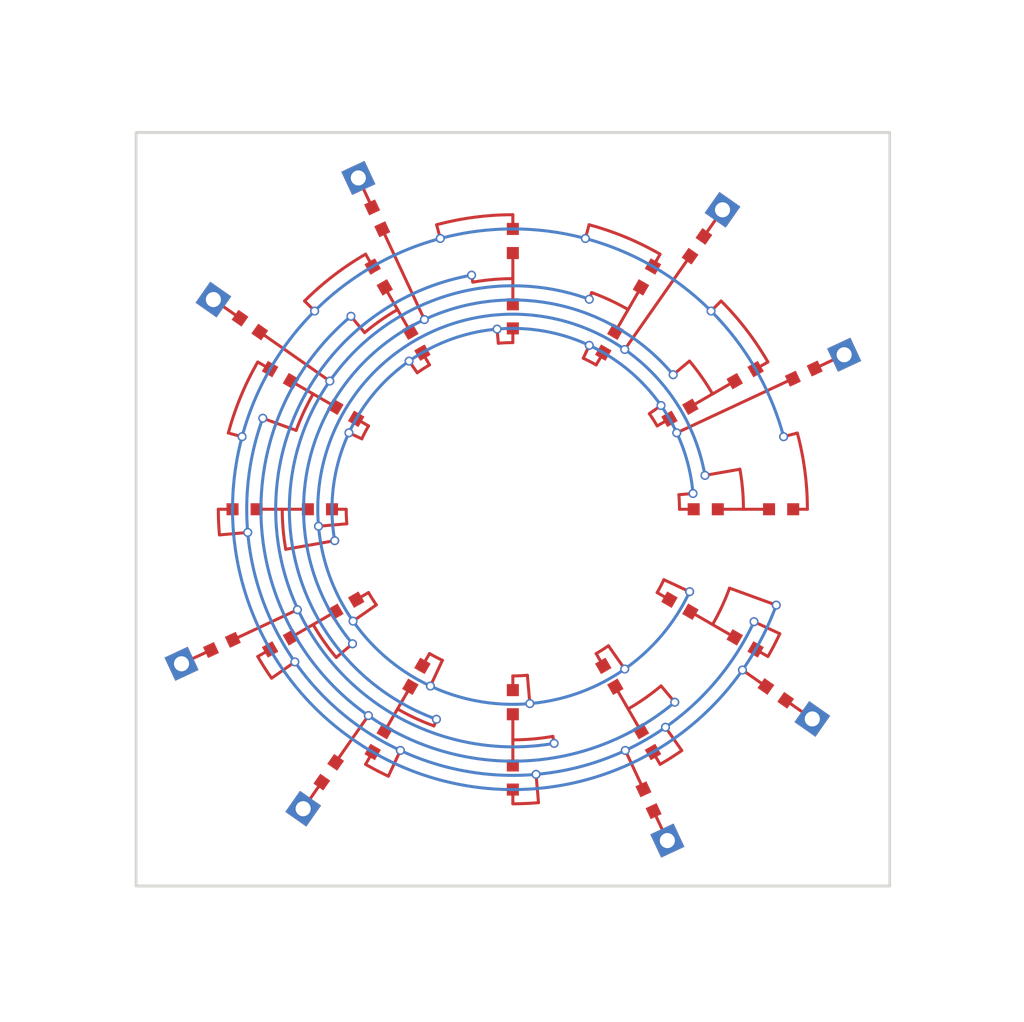
<source format=kicad_pcb>
(kicad_pcb (version 4) (host pcbnew 4.0.7-e2-6376~58~ubuntu16.04.1)

  (general
    (links 0)
    (no_connects 0)
    (area 150 100 180 100)
    (thickness 1.6)
    (drawings 2)
    (tracks 0)
    (zones 0)
    (modules 0)
    (nets 1)
  )

  (page A4)
  (layers
    (0 F.Cu signal)
    (31 B.Cu signal)
    (32 B.Adhes user)
    (33 F.Adhes user)
    (34 B.Paste user)
    (35 F.Paste user)
    (36 B.SilkS user)
    (37 F.SilkS user)
    (38 B.Mask user)
    (39 F.Mask user)
    (40 Dwgs.User user)
    (41 Cmts.User user)
    (42 Eco1.User user)
    (43 Eco2.User user)
    (44 Edge.Cuts user)
    (45 Margin user)
    (46 B.CrtYd user)
    (47 F.CrtYd user)
    (48 B.Fab user)
    (49 F.Fab user)
  )

  (setup
    (last_trace_width 0.25)
    (trace_clearance 0.2)
    (zone_clearance 0.508)
    (zone_45_only no)
    (trace_min 0.2)
    (segment_width 0.2)
    (edge_width 0.15)
    (via_size 0.6)
    (via_drill 0.4)
    (via_min_size 0.4)
    (via_min_drill 0.3)
    (uvia_size 0.3)
    (uvia_drill 0.1)
    (uvias_allowed no)
    (uvia_min_size 0.2)
    (uvia_min_drill 0.1)
    (pcb_text_width 0.3)
    (pcb_text_size 1.5 1.5)
    (mod_edge_width 0.15)
    (mod_text_size 1 1)
    (mod_text_width 0.15)
    (pad_size 1.524 1.524)
    (pad_drill 0.762)
    (pad_to_mask_clearance 0.2)
    (aux_axis_origin 0 0)
    (visible_elements FFFFFF7F)
    (pcbplotparams
      (layerselection 0x00030_80000001)
      (usegerberextensions false)
      (excludeedgelayer true)
      (linewidth 0.150000)
      (plotframeref false)
      (viasonmask false)
      (mode 1)
      (useauxorigin false)
      (hpglpennumber 1)
      (hpglpenspeed 20)
      (hpglpendiameter 15)
      (hpglpenoverlay 2)
      (psnegative false)
      (psa4output false)
      (plotreference true)
      (plotvalue true)
      (plotinvisibletext false)
      (padsonsilk false)
      (subtractmaskfromsilk false)
      (outputformat 1)
      (mirror false)
      (drillshape 1)
      (scaleselection 1)
      (outputdirectory ""))
  )

  (net 0 "")

  (net_class Default "This is the default net class."
    (clearance 0.2)
    (trace_width 0.25)
    (via_dia 0.6)
    (via_drill 0.4)
    (uvia_dia 0.3)
    (uvia_drill 0.1)
  )

  (gr_line (start    159.000    100.000) (end    180.000    100.000) (angle   0.0) (layer F.Fab) (width 0.05))
  (gr_text " 0 0.0" (at    182.000    100.000   0.0) (layer F.Fab)(effects (font (size 0.5 0.5) (thickness 0.1))) )
  (gr_line (start    158.966     99.216) (end    179.886     97.385) (angle   5.0) (layer F.Fab) (width 0.05))
  (gr_text " 1 5.0" (at    181.878     97.211   5.0) (layer F.Fab)(effects (font (size 0.5 0.5) (thickness 0.1))) )
  (gr_line (start    158.863     98.437) (end    179.544     94.791) (angle  10.0) (layer F.Fab) (width 0.05))
  (gr_text " 2 10.0" (at    181.514     94.443  10.0) (layer F.Fab)(effects (font (size 0.5 0.5) (thickness 0.1))) )
  (gr_line (start    158.693     97.671) (end    178.978     92.235) (angle  15.0) (layer F.Fab) (width 0.05))
  (gr_text " 3 15.0" (at    180.910     91.718  15.0) (layer F.Fab)(effects (font (size 0.5 0.5) (thickness 0.1))) )
  (gr_line (start    158.457     96.922) (end    178.191     89.739) (angle  20.0) (layer F.Fab) (width 0.05))
  (gr_text " 4 20.0" (at    180.070     89.055  20.0) (layer F.Fab)(effects (font (size 0.5 0.5) (thickness 0.1))) )
  (gr_line (start    158.157     96.196) (end    177.189     87.321) (angle  25.0) (layer F.Fab) (width 0.05))
  (gr_text " 5 25.0" (at    179.002     86.476  25.0) (layer F.Fab)(effects (font (size 0.5 0.5) (thickness 0.1))) )
  (gr_line (start    157.794     95.500) (end    175.981     85.000) (angle  30.0) (layer F.Fab) (width 0.05))
  (gr_text " 6 30.0" (at    177.713     84.000  30.0) (layer F.Fab)(effects (font (size 0.5 0.5) (thickness 0.1))) )
  (gr_line (start    157.372     94.838) (end    174.575     82.793) (angle  35.0) (layer F.Fab) (width 0.05))
  (gr_text " 7 35.0" (at    176.213     81.646  35.0) (layer F.Fab)(effects (font (size 0.5 0.5) (thickness 0.1))) )
  (gr_line (start    156.894     94.215) (end    172.981     80.716) (angle  40.0) (layer F.Fab) (width 0.05))
  (gr_text " 8 40.0" (at    174.513     79.431  40.0) (layer F.Fab)(effects (font (size 0.5 0.5) (thickness 0.1))) )
  (gr_line (start    156.364     93.636) (end    171.213     78.787) (angle  45.0) (layer F.Fab) (width 0.05))
  (gr_text " 9 45.0" (at    172.627     77.373  45.0) (layer F.Fab)(effects (font (size 0.5 0.5) (thickness 0.1))) )
  (gr_line (start    155.785     93.106) (end    169.284     77.019) (angle  50.0) (layer F.Fab) (width 0.05))
  (gr_text " 10 50.0" (at    170.569     75.487  50.0) (layer F.Fab)(effects (font (size 0.5 0.5) (thickness 0.1))) )
  (gr_line (start    155.162     92.628) (end    167.207     75.425) (angle  55.0) (layer F.Fab) (width 0.05))
  (gr_text " 11 55.0" (at    168.354     73.787  55.0) (layer F.Fab)(effects (font (size 0.5 0.5) (thickness 0.1))) )
  (gr_line (start    154.500     92.206) (end    165.000     74.019) (angle  60.0) (layer F.Fab) (width 0.05))
  (gr_text " 12 60.0" (at    166.000     72.287  60.0) (layer F.Fab)(effects (font (size 0.5 0.5) (thickness 0.1))) )
  (gr_line (start    153.804     91.843) (end    162.679     72.811) (angle  65.0) (layer F.Fab) (width 0.05))
  (gr_text " 13 65.0" (at    163.524     70.998  65.0) (layer F.Fab)(effects (font (size 0.5 0.5) (thickness 0.1))) )
  (gr_line (start    153.078     91.543) (end    160.261     71.809) (angle  70.0) (layer F.Fab) (width 0.05))
  (gr_text " 14 70.0" (at    160.945     69.930  70.0) (layer F.Fab)(effects (font (size 0.5 0.5) (thickness 0.1))) )
  (gr_line (start    152.329     91.307) (end    157.765     71.022) (angle  75.0) (layer F.Fab) (width 0.05))
  (gr_text " 15 75.0" (at    158.282     69.090  75.0) (layer F.Fab)(effects (font (size 0.5 0.5) (thickness 0.1))) )
  (gr_line (start    151.563     91.137) (end    155.209     70.456) (angle  80.0) (layer F.Fab) (width 0.05))
  (gr_text " 16 80.0" (at    155.557     68.486  80.0) (layer F.Fab)(effects (font (size 0.5 0.5) (thickness 0.1))) )
  (gr_line (start    150.784     91.034) (end    152.615     70.114) (angle  85.0) (layer F.Fab) (width 0.05))
  (gr_text " 17 85.0" (at    152.789     68.122  85.0) (layer F.Fab)(effects (font (size 0.5 0.5) (thickness 0.1))) )
  (gr_line (start    150.000     91.000) (end    150.000     70.000) (angle  90.0) (layer F.Fab) (width 0.05))
  (gr_text " 18 90.0" (at    150.000     68.000  90.0) (layer F.Fab)(effects (font (size 0.5 0.5) (thickness 0.1))) )
  (gr_line (start    149.216     91.034) (end    147.385     70.114) (angle  95.0) (layer F.Fab) (width 0.05))
  (gr_text " 19 95.0" (at    147.211     68.122  95.0) (layer F.Fab)(effects (font (size 0.5 0.5) (thickness 0.1))) )
  (gr_line (start    148.437     91.137) (end    144.791     70.456) (angle 100.0) (layer F.Fab) (width 0.05))
  (gr_text " 20 100.0" (at    144.443     68.486 100.0) (layer F.Fab)(effects (font (size 0.5 0.5) (thickness 0.1))) )
  (gr_line (start    147.671     91.307) (end    142.235     71.022) (angle 105.0) (layer F.Fab) (width 0.05))
  (gr_text " 21 105.0" (at    141.718     69.090 105.0) (layer F.Fab)(effects (font (size 0.5 0.5) (thickness 0.1))) )
  (gr_line (start    146.922     91.543) (end    139.739     71.809) (angle 110.0) (layer F.Fab) (width 0.05))
  (gr_text " 22 110.0" (at    139.055     69.930 110.0) (layer F.Fab)(effects (font (size 0.5 0.5) (thickness 0.1))) )
  (gr_line (start    146.196     91.843) (end    137.321     72.811) (angle 115.0) (layer F.Fab) (width 0.05))
  (gr_text " 23 115.0" (at    136.476     70.998 115.0) (layer F.Fab)(effects (font (size 0.5 0.5) (thickness 0.1))) )
  (gr_line (start    145.500     92.206) (end    135.000     74.019) (angle 120.0) (layer F.Fab) (width 0.05))
  (gr_text " 24 120.0" (at    134.000     72.287 120.0) (layer F.Fab)(effects (font (size 0.5 0.5) (thickness 0.1))) )
  (gr_line (start    144.838     92.628) (end    132.793     75.425) (angle 125.0) (layer F.Fab) (width 0.05))
  (gr_text " 25 125.0" (at    131.646     73.787 125.0) (layer F.Fab)(effects (font (size 0.5 0.5) (thickness 0.1))) )
  (gr_line (start    144.215     93.106) (end    130.716     77.019) (angle 130.0) (layer F.Fab) (width 0.05))
  (gr_text " 26 130.0" (at    129.431     75.487 130.0) (layer F.Fab)(effects (font (size 0.5 0.5) (thickness 0.1))) )
  (gr_line (start    143.636     93.636) (end    128.787     78.787) (angle 135.0) (layer F.Fab) (width 0.05))
  (gr_text " 27 135.0" (at    127.373     77.373 135.0) (layer F.Fab)(effects (font (size 0.5 0.5) (thickness 0.1))) )
  (gr_line (start    143.106     94.215) (end    127.019     80.716) (angle 140.0) (layer F.Fab) (width 0.05))
  (gr_text " 28 140.0" (at    125.487     79.431 140.0) (layer F.Fab)(effects (font (size 0.5 0.5) (thickness 0.1))) )
  (gr_line (start    142.628     94.838) (end    125.425     82.793) (angle 145.0) (layer F.Fab) (width 0.05))
  (gr_text " 29 145.0" (at    123.787     81.646 145.0) (layer F.Fab)(effects (font (size 0.5 0.5) (thickness 0.1))) )
  (gr_line (start    142.206     95.500) (end    124.019     85.000) (angle 150.0) (layer F.Fab) (width 0.05))
  (gr_text " 30 150.0" (at    122.287     84.000 150.0) (layer F.Fab)(effects (font (size 0.5 0.5) (thickness 0.1))) )
  (gr_line (start    141.843     96.196) (end    122.811     87.321) (angle 155.0) (layer F.Fab) (width 0.05))
  (gr_text " 31 155.0" (at    120.998     86.476 155.0) (layer F.Fab)(effects (font (size 0.5 0.5) (thickness 0.1))) )
  (gr_line (start    141.543     96.922) (end    121.809     89.739) (angle 160.0) (layer F.Fab) (width 0.05))
  (gr_text " 32 160.0" (at    119.930     89.055 160.0) (layer F.Fab)(effects (font (size 0.5 0.5) (thickness 0.1))) )
  (gr_line (start    141.307     97.671) (end    121.022     92.235) (angle 165.0) (layer F.Fab) (width 0.05))
  (gr_text " 33 165.0" (at    119.090     91.718 165.0) (layer F.Fab)(effects (font (size 0.5 0.5) (thickness 0.1))) )
  (gr_line (start    141.137     98.437) (end    120.456     94.791) (angle 170.0) (layer F.Fab) (width 0.05))
  (gr_text " 34 170.0" (at    118.486     94.443 170.0) (layer F.Fab)(effects (font (size 0.5 0.5) (thickness 0.1))) )
  (gr_line (start    141.034     99.216) (end    120.114     97.385) (angle 175.0) (layer F.Fab) (width 0.05))
  (gr_text " 35 175.0" (at    118.122     97.211 175.0) (layer F.Fab)(effects (font (size 0.5 0.5) (thickness 0.1))) )
  (gr_line (start    141.000    100.000) (end    120.000    100.000) (angle 180.0) (layer F.Fab) (width 0.05))
  (gr_text " 36 180.0" (at    118.000    100.000 180.0) (layer F.Fab)(effects (font (size 0.5 0.5) (thickness 0.1))) )
  (gr_line (start    141.034    100.784) (end    120.114    102.615) (angle 185.0) (layer F.Fab) (width 0.05))
  (gr_text " 37 185.0" (at    118.122    102.789 185.0) (layer F.Fab)(effects (font (size 0.5 0.5) (thickness 0.1))) )
  (gr_line (start    141.137    101.563) (end    120.456    105.209) (angle 190.0) (layer F.Fab) (width 0.05))
  (gr_text " 38 190.0" (at    118.486    105.557 190.0) (layer F.Fab)(effects (font (size 0.5 0.5) (thickness 0.1))) )
  (gr_line (start    141.307    102.329) (end    121.022    107.765) (angle 195.0) (layer F.Fab) (width 0.05))
  (gr_text " 39 195.0" (at    119.090    108.282 195.0) (layer F.Fab)(effects (font (size 0.5 0.5) (thickness 0.1))) )
  (gr_line (start    141.543    103.078) (end    121.809    110.261) (angle 200.0) (layer F.Fab) (width 0.05))
  (gr_text " 40 200.0" (at    119.930    110.945 200.0) (layer F.Fab)(effects (font (size 0.5 0.5) (thickness 0.1))) )
  (gr_line (start    141.843    103.804) (end    122.811    112.679) (angle 205.0) (layer F.Fab) (width 0.05))
  (gr_text " 41 205.0" (at    120.998    113.524 205.0) (layer F.Fab)(effects (font (size 0.5 0.5) (thickness 0.1))) )
  (gr_line (start    142.206    104.500) (end    124.019    115.000) (angle 210.0) (layer F.Fab) (width 0.05))
  (gr_text " 42 210.0" (at    122.287    116.000 210.0) (layer F.Fab)(effects (font (size 0.5 0.5) (thickness 0.1))) )
  (gr_line (start    142.628    105.162) (end    125.425    117.207) (angle 215.0) (layer F.Fab) (width 0.05))
  (gr_text " 43 215.0" (at    123.787    118.354 215.0) (layer F.Fab)(effects (font (size 0.5 0.5) (thickness 0.1))) )
  (gr_line (start    143.106    105.785) (end    127.019    119.284) (angle 220.0) (layer F.Fab) (width 0.05))
  (gr_text " 44 220.0" (at    125.487    120.569 220.0) (layer F.Fab)(effects (font (size 0.5 0.5) (thickness 0.1))) )
  (gr_line (start    143.636    106.364) (end    128.787    121.213) (angle 225.0) (layer F.Fab) (width 0.05))
  (gr_text " 45 225.0" (at    127.373    122.627 225.0) (layer F.Fab)(effects (font (size 0.5 0.5) (thickness 0.1))) )
  (gr_line (start    144.215    106.894) (end    130.716    122.981) (angle 230.0) (layer F.Fab) (width 0.05))
  (gr_text " 46 230.0" (at    129.431    124.513 230.0) (layer F.Fab)(effects (font (size 0.5 0.5) (thickness 0.1))) )
  (gr_line (start    144.838    107.372) (end    132.793    124.575) (angle 235.0) (layer F.Fab) (width 0.05))
  (gr_text " 47 235.0" (at    131.646    126.213 235.0) (layer F.Fab)(effects (font (size 0.5 0.5) (thickness 0.1))) )
  (gr_line (start    145.500    107.794) (end    135.000    125.981) (angle 240.0) (layer F.Fab) (width 0.05))
  (gr_text " 48 240.0" (at    134.000    127.713 240.0) (layer F.Fab)(effects (font (size 0.5 0.5) (thickness 0.1))) )
  (gr_line (start    146.196    108.157) (end    137.321    127.189) (angle 245.0) (layer F.Fab) (width 0.05))
  (gr_text " 49 245.0" (at    136.476    129.002 245.0) (layer F.Fab)(effects (font (size 0.5 0.5) (thickness 0.1))) )
  (gr_line (start    146.922    108.457) (end    139.739    128.191) (angle 250.0) (layer F.Fab) (width 0.05))
  (gr_text " 50 250.0" (at    139.055    130.070 250.0) (layer F.Fab)(effects (font (size 0.5 0.5) (thickness 0.1))) )
  (gr_line (start    147.671    108.693) (end    142.235    128.978) (angle 255.0) (layer F.Fab) (width 0.05))
  (gr_text " 51 255.0" (at    141.718    130.910 255.0) (layer F.Fab)(effects (font (size 0.5 0.5) (thickness 0.1))) )
  (gr_line (start    148.437    108.863) (end    144.791    129.544) (angle 260.0) (layer F.Fab) (width 0.05))
  (gr_text " 52 260.0" (at    144.443    131.514 260.0) (layer F.Fab)(effects (font (size 0.5 0.5) (thickness 0.1))) )
  (gr_line (start    149.216    108.966) (end    147.385    129.886) (angle 265.0) (layer F.Fab) (width 0.05))
  (gr_text " 53 265.0" (at    147.211    131.878 265.0) (layer F.Fab)(effects (font (size 0.5 0.5) (thickness 0.1))) )
  (gr_line (start    150.000    109.000) (end    150.000    130.000) (angle 270.0) (layer F.Fab) (width 0.05))
  (gr_text " 54 270.0" (at    150.000    132.000 270.0) (layer F.Fab)(effects (font (size 0.5 0.5) (thickness 0.1))) )
  (gr_line (start    150.784    108.966) (end    152.615    129.886) (angle 275.0) (layer F.Fab) (width 0.05))
  (gr_text " 55 275.0" (at    152.789    131.878 275.0) (layer F.Fab)(effects (font (size 0.5 0.5) (thickness 0.1))) )
  (gr_line (start    151.563    108.863) (end    155.209    129.544) (angle 280.0) (layer F.Fab) (width 0.05))
  (gr_text " 56 280.0" (at    155.557    131.514 280.0) (layer F.Fab)(effects (font (size 0.5 0.5) (thickness 0.1))) )
  (gr_line (start    152.329    108.693) (end    157.765    128.978) (angle 285.0) (layer F.Fab) (width 0.05))
  (gr_text " 57 285.0" (at    158.282    130.910 285.0) (layer F.Fab)(effects (font (size 0.5 0.5) (thickness 0.1))) )
  (gr_line (start    153.078    108.457) (end    160.261    128.191) (angle 290.0) (layer F.Fab) (width 0.05))
  (gr_text " 58 290.0" (at    160.945    130.070 290.0) (layer F.Fab)(effects (font (size 0.5 0.5) (thickness 0.1))) )
  (gr_line (start    153.804    108.157) (end    162.679    127.189) (angle 295.0) (layer F.Fab) (width 0.05))
  (gr_text " 59 295.0" (at    163.524    129.002 295.0) (layer F.Fab)(effects (font (size 0.5 0.5) (thickness 0.1))) )
  (gr_line (start    154.500    107.794) (end    165.000    125.981) (angle 300.0) (layer F.Fab) (width 0.05))
  (gr_text " 60 300.0" (at    166.000    127.713 300.0) (layer F.Fab)(effects (font (size 0.5 0.5) (thickness 0.1))) )
  (gr_line (start    155.162    107.372) (end    167.207    124.575) (angle 305.0) (layer F.Fab) (width 0.05))
  (gr_text " 61 305.0" (at    168.354    126.213 305.0) (layer F.Fab)(effects (font (size 0.5 0.5) (thickness 0.1))) )
  (gr_line (start    155.785    106.894) (end    169.284    122.981) (angle 310.0) (layer F.Fab) (width 0.05))
  (gr_text " 62 310.0" (at    170.569    124.513 310.0) (layer F.Fab)(effects (font (size 0.5 0.5) (thickness 0.1))) )
  (gr_line (start    156.364    106.364) (end    171.213    121.213) (angle 315.0) (layer F.Fab) (width 0.05))
  (gr_text " 63 315.0" (at    172.627    122.627 315.0) (layer F.Fab)(effects (font (size 0.5 0.5) (thickness 0.1))) )
  (gr_line (start    156.894    105.785) (end    172.981    119.284) (angle 320.0) (layer F.Fab) (width 0.05))
  (gr_text " 64 320.0" (at    174.513    120.569 320.0) (layer F.Fab)(effects (font (size 0.5 0.5) (thickness 0.1))) )
  (gr_line (start    157.372    105.162) (end    174.575    117.207) (angle 325.0) (layer F.Fab) (width 0.05))
  (gr_text " 65 325.0" (at    176.213    118.354 325.0) (layer F.Fab)(effects (font (size 0.5 0.5) (thickness 0.1))) )
  (gr_line (start    157.794    104.500) (end    175.981    115.000) (angle 330.0) (layer F.Fab) (width 0.05))
  (gr_text " 66 330.0" (at    177.713    116.000 330.0) (layer F.Fab)(effects (font (size 0.5 0.5) (thickness 0.1))) )
  (gr_line (start    158.157    103.804) (end    177.189    112.679) (angle 335.0) (layer F.Fab) (width 0.05))
  (gr_text " 67 335.0" (at    179.002    113.524 335.0) (layer F.Fab)(effects (font (size 0.5 0.5) (thickness 0.1))) )
  (gr_line (start    158.457    103.078) (end    178.191    110.261) (angle 340.0) (layer F.Fab) (width 0.05))
  (gr_text " 68 340.0" (at    180.070    110.945 340.0) (layer F.Fab)(effects (font (size 0.5 0.5) (thickness 0.1))) )
  (gr_line (start    158.693    102.329) (end    178.978    107.765) (angle 345.0) (layer F.Fab) (width 0.05))
  (gr_text " 69 345.0" (at    180.910    108.282 345.0) (layer F.Fab)(effects (font (size 0.5 0.5) (thickness 0.1))) )
  (gr_line (start    158.863    101.563) (end    179.544    105.209) (angle 350.0) (layer F.Fab) (width 0.05))
  (gr_text " 70 350.0" (at    181.514    105.557 350.0) (layer F.Fab)(effects (font (size 0.5 0.5) (thickness 0.1))) )
  (gr_line (start    158.966    100.784) (end    179.886    102.615) (angle 355.0) (layer F.Fab) (width 0.05))
  (gr_text " 71 355.0" (at    181.878    102.789 355.0) (layer F.Fab)(effects (font (size 0.5 0.5) (thickness 0.1))) )
  (gr_arc (start 150 100) (end    169.543    100.000) (angle 360) (layer F.Fab) (width 0.05))
  (gr_arc (start 150 100) (end    161.057    100.000) (angle 360) (layer F.Fab) (width 0.05))
  (module hour:hand (layer F.Cu) (tedit 57FE93A5) (tstamp 5AA34834) 
    (at 150 100   0.0)
    (fp_text reference 0 (at     12.000 1 0.0) (layer F.Fab)(effects (font (size 0.5 0.5) (thickness 0.05))))
    (fp_text value     1 (at     13.600 1 0.0) (layer F.Fab)(effects (font (size 0.5 0.5) (thickness 0.05))))
    (descr "0603")
    (attr smd)
    (fp_line (start -0.5 0) (end 0.5 0) (layer F.CrtYd) (width 0.01))
    (fp_line (start 0 -0.5) (end 0 0.5) (layer F.CrtYd) (width 0.01))
    (pad 1 smd rect (at  12.0 0   0.0) (size 0.8 0.8) (layers F.Cu F.Paste F.Mask))
    (pad 2 smd rect (at  13.6 0   0.0) (size 0.8 0.8) (layers F.Cu F.Paste F.Mask))
  )
  (module minute:hand (layer F.Cu) (tedit 57FE93A5) (tstamp 5AA34834) 
    (at 150 100   0.0)
    (fp_text reference 1 (at     17.000 1 0.0) (layer F.Fab)(effects (font (size 0.5 0.5) (thickness 0.05))))
    (fp_text value     7 (at     18.600 1 0.0) (layer F.Fab)(effects (font (size 0.5 0.5) (thickness 0.05))))
    (descr "0603")
    (attr smd)
    (fp_line (start -0.5 0) (end 0.5 0) (layer F.CrtYd) (width 0.01))
    (fp_line (start 0 -0.5) (end 0 0.5) (layer F.CrtYd) (width 0.01))
    (pad 1 smd rect (at  17.0 0   0.0) (size 0.8 0.8) (layers F.Cu F.Paste F.Mask))
    (pad 2 smd rect (at  18.6 0   0.0) (size 0.8 0.8) (layers F.Cu F.Paste F.Mask))
  )
  (module hour:hand (layer F.Cu) (tedit 57FE93A5) (tstamp 5AA34834) 
    (at 150 100  30.0)
    (fp_text reference 0 (at     12.000 1 30.0) (layer F.Fab)(effects (font (size 0.5 0.5) (thickness 0.05))))
    (fp_text value     2 (at     13.600 1 30.0) (layer F.Fab)(effects (font (size 0.5 0.5) (thickness 0.05))))
    (descr "0603")
    (attr smd)
    (fp_line (start -0.5 0) (end 0.5 0) (layer F.CrtYd) (width 0.01))
    (fp_line (start 0 -0.5) (end 0 0.5) (layer F.CrtYd) (width 0.01))
    (pad 1 smd rect (at  12.0 0  30.0) (size 0.8 0.8) (layers F.Cu F.Paste F.Mask))
    (pad 2 smd rect (at  13.6 0  30.0) (size 0.8 0.8) (layers F.Cu F.Paste F.Mask))
  )
  (module minute:hand (layer F.Cu) (tedit 57FE93A5) (tstamp 5AA34834) 
    (at 150 100  30.0)
    (fp_text reference 2 (at     17.000 1 30.0) (layer F.Fab)(effects (font (size 0.5 0.5) (thickness 0.05))))
    (fp_text value     7 (at     18.600 1 30.0) (layer F.Fab)(effects (font (size 0.5 0.5) (thickness 0.05))))
    (descr "0603")
    (attr smd)
    (fp_line (start -0.5 0) (end 0.5 0) (layer F.CrtYd) (width 0.01))
    (fp_line (start 0 -0.5) (end 0 0.5) (layer F.CrtYd) (width 0.01))
    (pad 1 smd rect (at  17.0 0  30.0) (size 0.8 0.8) (layers F.Cu F.Paste F.Mask))
    (pad 2 smd rect (at  18.6 0  30.0) (size 0.8 0.8) (layers F.Cu F.Paste F.Mask))
  )
  (module hour:hand (layer F.Cu) (tedit 57FE93A5) (tstamp 5AA34834) 
    (at 150 100  60.0)
    (fp_text reference 0 (at     12.000 1 60.0) (layer F.Fab)(effects (font (size 0.5 0.5) (thickness 0.05))))
    (fp_text value     3 (at     13.600 1 60.0) (layer F.Fab)(effects (font (size 0.5 0.5) (thickness 0.05))))
    (descr "0603")
    (attr smd)
    (fp_line (start -0.5 0) (end 0.5 0) (layer F.CrtYd) (width 0.01))
    (fp_line (start 0 -0.5) (end 0 0.5) (layer F.CrtYd) (width 0.01))
    (pad 1 smd rect (at  12.0 0  60.0) (size 0.8 0.8) (layers F.Cu F.Paste F.Mask))
    (pad 2 smd rect (at  13.6 0  60.0) (size 0.8 0.8) (layers F.Cu F.Paste F.Mask))
  )
  (module minute:hand (layer F.Cu) (tedit 57FE93A5) (tstamp 5AA34834) 
    (at 150 100  60.0)
    (fp_text reference 3 (at     17.000 1 60.0) (layer F.Fab)(effects (font (size 0.5 0.5) (thickness 0.05))))
    (fp_text value     7 (at     18.600 1 60.0) (layer F.Fab)(effects (font (size 0.5 0.5) (thickness 0.05))))
    (descr "0603")
    (attr smd)
    (fp_line (start -0.5 0) (end 0.5 0) (layer F.CrtYd) (width 0.01))
    (fp_line (start 0 -0.5) (end 0 0.5) (layer F.CrtYd) (width 0.01))
    (pad 1 smd rect (at  17.0 0  60.0) (size 0.8 0.8) (layers F.Cu F.Paste F.Mask))
    (pad 2 smd rect (at  18.6 0  60.0) (size 0.8 0.8) (layers F.Cu F.Paste F.Mask))
  )
  (module hour:hand (layer F.Cu) (tedit 57FE93A5) (tstamp 5AA34834) 
    (at 150 100  90.0)
    (fp_text reference 0 (at     12.000 1 90.0) (layer F.Fab)(effects (font (size 0.5 0.5) (thickness 0.05))))
    (fp_text value     4 (at     13.600 1 90.0) (layer F.Fab)(effects (font (size 0.5 0.5) (thickness 0.05))))
    (descr "0603")
    (attr smd)
    (fp_line (start -0.5 0) (end 0.5 0) (layer F.CrtYd) (width 0.01))
    (fp_line (start 0 -0.5) (end 0 0.5) (layer F.CrtYd) (width 0.01))
    (pad 1 smd rect (at  12.0 0  90.0) (size 0.8 0.8) (layers F.Cu F.Paste F.Mask))
    (pad 2 smd rect (at  13.6 0  90.0) (size 0.8 0.8) (layers F.Cu F.Paste F.Mask))
  )
  (module minute:hand (layer F.Cu) (tedit 57FE93A5) (tstamp 5AA34834) 
    (at 150 100  90.0)
    (fp_text reference 4 (at     17.000 1 90.0) (layer F.Fab)(effects (font (size 0.5 0.5) (thickness 0.05))))
    (fp_text value     7 (at     18.600 1 90.0) (layer F.Fab)(effects (font (size 0.5 0.5) (thickness 0.05))))
    (descr "0603")
    (attr smd)
    (fp_line (start -0.5 0) (end 0.5 0) (layer F.CrtYd) (width 0.01))
    (fp_line (start 0 -0.5) (end 0 0.5) (layer F.CrtYd) (width 0.01))
    (pad 1 smd rect (at  17.0 0  90.0) (size 0.8 0.8) (layers F.Cu F.Paste F.Mask))
    (pad 2 smd rect (at  18.6 0  90.0) (size 0.8 0.8) (layers F.Cu F.Paste F.Mask))
  )
  (module hour:hand (layer F.Cu) (tedit 57FE93A5) (tstamp 5AA34834) 
    (at 150 100 120.0)
    (fp_text reference 0 (at     12.000 1 120.0) (layer F.Fab)(effects (font (size 0.5 0.5) (thickness 0.05))))
    (fp_text value     5 (at     13.600 1 120.0) (layer F.Fab)(effects (font (size 0.5 0.5) (thickness 0.05))))
    (descr "0603")
    (attr smd)
    (fp_line (start -0.5 0) (end 0.5 0) (layer F.CrtYd) (width 0.01))
    (fp_line (start 0 -0.5) (end 0 0.5) (layer F.CrtYd) (width 0.01))
    (pad 1 smd rect (at  12.0 0 120.0) (size 0.8 0.8) (layers F.Cu F.Paste F.Mask))
    (pad 2 smd rect (at  13.6 0 120.0) (size 0.8 0.8) (layers F.Cu F.Paste F.Mask))
  )
  (module minute:hand (layer F.Cu) (tedit 57FE93A5) (tstamp 5AA34834) 
    (at 150 100 120.0)
    (fp_text reference 5 (at     17.000 1 120.0) (layer F.Fab)(effects (font (size 0.5 0.5) (thickness 0.05))))
    (fp_text value     7 (at     18.600 1 120.0) (layer F.Fab)(effects (font (size 0.5 0.5) (thickness 0.05))))
    (descr "0603")
    (attr smd)
    (fp_line (start -0.5 0) (end 0.5 0) (layer F.CrtYd) (width 0.01))
    (fp_line (start 0 -0.5) (end 0 0.5) (layer F.CrtYd) (width 0.01))
    (pad 1 smd rect (at  17.0 0 120.0) (size 0.8 0.8) (layers F.Cu F.Paste F.Mask))
    (pad 2 smd rect (at  18.6 0 120.0) (size 0.8 0.8) (layers F.Cu F.Paste F.Mask))
  )
  (module hour:hand (layer F.Cu) (tedit 57FE93A5) (tstamp 5AA34834) 
    (at 150 100 150.0)
    (fp_text reference 0 (at     12.000 1 150.0) (layer F.Fab)(effects (font (size 0.5 0.5) (thickness 0.05))))
    (fp_text value     6 (at     13.600 1 150.0) (layer F.Fab)(effects (font (size 0.5 0.5) (thickness 0.05))))
    (descr "0603")
    (attr smd)
    (fp_line (start -0.5 0) (end 0.5 0) (layer F.CrtYd) (width 0.01))
    (fp_line (start 0 -0.5) (end 0 0.5) (layer F.CrtYd) (width 0.01))
    (pad 1 smd rect (at  12.0 0 150.0) (size 0.8 0.8) (layers F.Cu F.Paste F.Mask))
    (pad 2 smd rect (at  13.6 0 150.0) (size 0.8 0.8) (layers F.Cu F.Paste F.Mask))
  )
  (module minute:hand (layer F.Cu) (tedit 57FE93A5) (tstamp 5AA34834) 
    (at 150 100 150.0)
    (fp_text reference 6 (at     17.000 1 150.0) (layer F.Fab)(effects (font (size 0.5 0.5) (thickness 0.05))))
    (fp_text value     7 (at     18.600 1 150.0) (layer F.Fab)(effects (font (size 0.5 0.5) (thickness 0.05))))
    (descr "0603")
    (attr smd)
    (fp_line (start -0.5 0) (end 0.5 0) (layer F.CrtYd) (width 0.01))
    (fp_line (start 0 -0.5) (end 0 0.5) (layer F.CrtYd) (width 0.01))
    (pad 1 smd rect (at  17.0 0 150.0) (size 0.8 0.8) (layers F.Cu F.Paste F.Mask))
    (pad 2 smd rect (at  18.6 0 150.0) (size 0.8 0.8) (layers F.Cu F.Paste F.Mask))
  )
  (module hour:hand (layer F.Cu) (tedit 57FE93A5) (tstamp 5AA34834) 
    (at 150 100 180.0)
    (fp_text reference 1 (at     12.000 1 180.0) (layer F.Fab)(effects (font (size 0.5 0.5) (thickness 0.05))))
    (fp_text value     0 (at     13.600 1 180.0) (layer F.Fab)(effects (font (size 0.5 0.5) (thickness 0.05))))
    (descr "0603")
    (attr smd)
    (fp_line (start -0.5 0) (end 0.5 0) (layer F.CrtYd) (width 0.01))
    (fp_line (start 0 -0.5) (end 0 0.5) (layer F.CrtYd) (width 0.01))
    (pad 1 smd rect (at  12.0 0 180.0) (size 0.8 0.8) (layers F.Cu F.Paste F.Mask))
    (pad 2 smd rect (at  13.6 0 180.0) (size 0.8 0.8) (layers F.Cu F.Paste F.Mask))
  )
  (module minute:hand (layer F.Cu) (tedit 57FE93A5) (tstamp 5AA34834) 
    (at 150 100 180.0)
    (fp_text reference 0 (at     17.000 1 180.0) (layer F.Fab)(effects (font (size 0.5 0.5) (thickness 0.05))))
    (fp_text value     6 (at     18.600 1 180.0) (layer F.Fab)(effects (font (size 0.5 0.5) (thickness 0.05))))
    (descr "0603")
    (attr smd)
    (fp_line (start -0.5 0) (end 0.5 0) (layer F.CrtYd) (width 0.01))
    (fp_line (start 0 -0.5) (end 0 0.5) (layer F.CrtYd) (width 0.01))
    (pad 1 smd rect (at  17.0 0 180.0) (size 0.8 0.8) (layers F.Cu F.Paste F.Mask))
    (pad 2 smd rect (at  18.6 0 180.0) (size 0.8 0.8) (layers F.Cu F.Paste F.Mask))
  )
  (module hour:hand (layer F.Cu) (tedit 57FE93A5) (tstamp 5AA34834) 
    (at 150 100 210.0)
    (fp_text reference 1 (at     12.000 1 210.0) (layer F.Fab)(effects (font (size 0.5 0.5) (thickness 0.05))))
    (fp_text value     2 (at     13.600 1 210.0) (layer F.Fab)(effects (font (size 0.5 0.5) (thickness 0.05))))
    (descr "0603")
    (attr smd)
    (fp_line (start -0.5 0) (end 0.5 0) (layer F.CrtYd) (width 0.01))
    (fp_line (start 0 -0.5) (end 0 0.5) (layer F.CrtYd) (width 0.01))
    (pad 1 smd rect (at  12.0 0 210.0) (size 0.8 0.8) (layers F.Cu F.Paste F.Mask))
    (pad 2 smd rect (at  13.6 0 210.0) (size 0.8 0.8) (layers F.Cu F.Paste F.Mask))
  )
  (module minute:hand (layer F.Cu) (tedit 57FE93A5) (tstamp 5AA34834) 
    (at 150 100 210.0)
    (fp_text reference 2 (at     17.000 1 210.0) (layer F.Fab)(effects (font (size 0.5 0.5) (thickness 0.05))))
    (fp_text value     6 (at     18.600 1 210.0) (layer F.Fab)(effects (font (size 0.5 0.5) (thickness 0.05))))
    (descr "0603")
    (attr smd)
    (fp_line (start -0.5 0) (end 0.5 0) (layer F.CrtYd) (width 0.01))
    (fp_line (start 0 -0.5) (end 0 0.5) (layer F.CrtYd) (width 0.01))
    (pad 1 smd rect (at  17.0 0 210.0) (size 0.8 0.8) (layers F.Cu F.Paste F.Mask))
    (pad 2 smd rect (at  18.6 0 210.0) (size 0.8 0.8) (layers F.Cu F.Paste F.Mask))
  )
  (module hour:hand (layer F.Cu) (tedit 57FE93A5) (tstamp 5AA34834) 
    (at 150 100 240.0)
    (fp_text reference 1 (at     12.000 1 240.0) (layer F.Fab)(effects (font (size 0.5 0.5) (thickness 0.05))))
    (fp_text value     3 (at     13.600 1 240.0) (layer F.Fab)(effects (font (size 0.5 0.5) (thickness 0.05))))
    (descr "0603")
    (attr smd)
    (fp_line (start -0.5 0) (end 0.5 0) (layer F.CrtYd) (width 0.01))
    (fp_line (start 0 -0.5) (end 0 0.5) (layer F.CrtYd) (width 0.01))
    (pad 1 smd rect (at  12.0 0 240.0) (size 0.8 0.8) (layers F.Cu F.Paste F.Mask))
    (pad 2 smd rect (at  13.6 0 240.0) (size 0.8 0.8) (layers F.Cu F.Paste F.Mask))
  )
  (module minute:hand (layer F.Cu) (tedit 57FE93A5) (tstamp 5AA34834) 
    (at 150 100 240.0)
    (fp_text reference 3 (at     17.000 1 240.0) (layer F.Fab)(effects (font (size 0.5 0.5) (thickness 0.05))))
    (fp_text value     6 (at     18.600 1 240.0) (layer F.Fab)(effects (font (size 0.5 0.5) (thickness 0.05))))
    (descr "0603")
    (attr smd)
    (fp_line (start -0.5 0) (end 0.5 0) (layer F.CrtYd) (width 0.01))
    (fp_line (start 0 -0.5) (end 0 0.5) (layer F.CrtYd) (width 0.01))
    (pad 1 smd rect (at  17.0 0 240.0) (size 0.8 0.8) (layers F.Cu F.Paste F.Mask))
    (pad 2 smd rect (at  18.6 0 240.0) (size 0.8 0.8) (layers F.Cu F.Paste F.Mask))
  )
  (module hour:hand (layer F.Cu) (tedit 57FE93A5) (tstamp 5AA34834) 
    (at 150 100 270.0)
    (fp_text reference 1 (at     12.000 1 270.0) (layer F.Fab)(effects (font (size 0.5 0.5) (thickness 0.05))))
    (fp_text value     4 (at     13.600 1 270.0) (layer F.Fab)(effects (font (size 0.5 0.5) (thickness 0.05))))
    (descr "0603")
    (attr smd)
    (fp_line (start -0.5 0) (end 0.5 0) (layer F.CrtYd) (width 0.01))
    (fp_line (start 0 -0.5) (end 0 0.5) (layer F.CrtYd) (width 0.01))
    (pad 1 smd rect (at  12.0 0 270.0) (size 0.8 0.8) (layers F.Cu F.Paste F.Mask))
    (pad 2 smd rect (at  13.6 0 270.0) (size 0.8 0.8) (layers F.Cu F.Paste F.Mask))
  )
  (module minute:hand (layer F.Cu) (tedit 57FE93A5) (tstamp 5AA34834) 
    (at 150 100 270.0)
    (fp_text reference 4 (at     17.000 1 270.0) (layer F.Fab)(effects (font (size 0.5 0.5) (thickness 0.05))))
    (fp_text value     6 (at     18.600 1 270.0) (layer F.Fab)(effects (font (size 0.5 0.5) (thickness 0.05))))
    (descr "0603")
    (attr smd)
    (fp_line (start -0.5 0) (end 0.5 0) (layer F.CrtYd) (width 0.01))
    (fp_line (start 0 -0.5) (end 0 0.5) (layer F.CrtYd) (width 0.01))
    (pad 1 smd rect (at  17.0 0 270.0) (size 0.8 0.8) (layers F.Cu F.Paste F.Mask))
    (pad 2 smd rect (at  18.6 0 270.0) (size 0.8 0.8) (layers F.Cu F.Paste F.Mask))
  )
  (module hour:hand (layer F.Cu) (tedit 57FE93A5) (tstamp 5AA34834) 
    (at 150 100 300.0)
    (fp_text reference 1 (at     12.000 1 300.0) (layer F.Fab)(effects (font (size 0.5 0.5) (thickness 0.05))))
    (fp_text value     5 (at     13.600 1 300.0) (layer F.Fab)(effects (font (size 0.5 0.5) (thickness 0.05))))
    (descr "0603")
    (attr smd)
    (fp_line (start -0.5 0) (end 0.5 0) (layer F.CrtYd) (width 0.01))
    (fp_line (start 0 -0.5) (end 0 0.5) (layer F.CrtYd) (width 0.01))
    (pad 1 smd rect (at  12.0 0 300.0) (size 0.8 0.8) (layers F.Cu F.Paste F.Mask))
    (pad 2 smd rect (at  13.6 0 300.0) (size 0.8 0.8) (layers F.Cu F.Paste F.Mask))
  )
  (module minute:hand (layer F.Cu) (tedit 57FE93A5) (tstamp 5AA34834) 
    (at 150 100 300.0)
    (fp_text reference 5 (at     17.000 1 300.0) (layer F.Fab)(effects (font (size 0.5 0.5) (thickness 0.05))))
    (fp_text value     6 (at     18.600 1 300.0) (layer F.Fab)(effects (font (size 0.5 0.5) (thickness 0.05))))
    (descr "0603")
    (attr smd)
    (fp_line (start -0.5 0) (end 0.5 0) (layer F.CrtYd) (width 0.01))
    (fp_line (start 0 -0.5) (end 0 0.5) (layer F.CrtYd) (width 0.01))
    (pad 1 smd rect (at  17.0 0 300.0) (size 0.8 0.8) (layers F.Cu F.Paste F.Mask))
    (pad 2 smd rect (at  18.6 0 300.0) (size 0.8 0.8) (layers F.Cu F.Paste F.Mask))
  )
  (module hour:hand (layer F.Cu) (tedit 57FE93A5) (tstamp 5AA34834) 
    (at 150 100 330.0)
    (fp_text reference 1 (at     12.000 1 330.0) (layer F.Fab)(effects (font (size 0.5 0.5) (thickness 0.05))))
    (fp_text value     7 (at     13.600 1 330.0) (layer F.Fab)(effects (font (size 0.5 0.5) (thickness 0.05))))
    (descr "0603")
    (attr smd)
    (fp_line (start -0.5 0) (end 0.5 0) (layer F.CrtYd) (width 0.01))
    (fp_line (start 0 -0.5) (end 0 0.5) (layer F.CrtYd) (width 0.01))
    (pad 1 smd rect (at  12.0 0 330.0) (size 0.8 0.8) (layers F.Cu F.Paste F.Mask))
    (pad 2 smd rect (at  13.6 0 330.0) (size 0.8 0.8) (layers F.Cu F.Paste F.Mask))
  )
  (module minute:hand (layer F.Cu) (tedit 57FE93A5) (tstamp 5AA34834) 
    (at 150 100 330.0)
    (fp_text reference 7 (at     17.000 1 330.0) (layer F.Fab)(effects (font (size 0.5 0.5) (thickness 0.05))))
    (fp_text value     6 (at     18.600 1 330.0) (layer F.Fab)(effects (font (size 0.5 0.5) (thickness 0.05))))
    (descr "0603")
    (attr smd)
    (fp_line (start -0.5 0) (end 0.5 0) (layer F.CrtYd) (width 0.01))
    (fp_line (start 0 -0.5) (end 0 0.5) (layer F.CrtYd) (width 0.01))
    (pad 1 smd rect (at  17.0 0 330.0) (size 0.8 0.8) (layers F.Cu F.Paste F.Mask))
    (pad 2 smd rect (at  18.6 0 330.0) (size 0.8 0.8) (layers F.Cu F.Paste F.Mask))
  )
  (segment (start    163.600    100.000) (end    167.000    100.000) (width 0.2) (layer F.Cu) (net 0))
  (segment (start    161.778     93.200) (end    164.722     91.500) (width 0.2) (layer F.Cu) (net 0))
  (segment (start    156.800     88.222) (end    158.500     85.278) (width 0.2) (layer F.Cu) (net 0))
  (segment (start    150.000     86.400) (end    150.000     83.000) (width 0.2) (layer F.Cu) (net 0))
  (segment (start    143.200     88.222) (end    141.500     85.278) (width 0.2) (layer F.Cu) (net 0))
  (segment (start    138.222     93.200) (end    135.278     91.500) (width 0.2) (layer F.Cu) (net 0))
  (segment (start    136.400    100.000) (end    133.000    100.000) (width 0.2) (layer F.Cu) (net 0))
  (segment (start    138.222    106.800) (end    135.278    108.500) (width 0.2) (layer F.Cu) (net 0))
  (segment (start    143.200    111.778) (end    141.500    114.722) (width 0.2) (layer F.Cu) (net 0))
  (segment (start    150.000    113.600) (end    150.000    117.000) (width 0.2) (layer F.Cu) (net 0))
  (segment (start    156.800    111.778) (end    158.500    114.722) (width 0.2) (layer F.Cu) (net 0))
  (segment (start    161.778    106.800) (end    164.722    108.500) (width 0.2) (layer F.Cu) (net 0))
  (gr_arc (start 150 100) (end    138.182    102.084) (angle    185.000) (layer B.Cu) (width 0.2))
  (gr_arc (start 150 100) (end    161.730    105.470) (angle    325.000) (layer B.Cu) (width 0.2))
  (gr_arc (start 150 100) (end    139.363    108.926) (angle    180.000) (layer B.Cu) (width 0.2))
  (gr_arc (start 150 100) (end    144.928    113.934) (angle    180.000) (layer B.Cu) (width 0.2))
  (gr_arc (start 150 100) (end    152.739    115.532) (angle    180.000) (layer B.Cu) (width 0.2))
  (gr_arc (start 150 100) (end    160.744    112.804) (angle    180.000) (layer B.Cu) (width 0.2))
  (gr_arc (start 150 100) (end    166.003    107.462) (angle    175.000) (layer B.Cu) (width 0.2))
  (gr_arc (start 150 100) (end    167.478    106.362) (angle    325.000) (layer B.Cu) (width 0.2))
  (segment (start    162.000    100.000) (end    161.057    100.000) (width 0.2) (layer F.Cu) (net 0))
  (gr_arc (start 150 100) (end    161.015     99.036) (angle      5.000) (layer F.Cu) (width 0.2))
  (segment (start    161.015     99.036) (end    161.954     98.954) (width 0.2) (layer F.Cu) (net 0))
  (via (at    161.954     98.954) (size 0.6) (drill 0.4) (layers F.Cu B.Cu) (net 0))
  (segment (start    160.392     94.000) (end    159.576     94.471) (width 0.2) (layer F.Cu) (net 0))
  (gr_arc (start 150 100) (end    159.057     93.658) (angle      5.000) (layer F.Cu) (width 0.2))
  (segment (start    159.057     93.658) (end    159.830     93.117) (width 0.2) (layer F.Cu) (net 0))
  (via (at    159.830     93.117) (size 0.6) (drill 0.4) (layers F.Cu B.Cu) (net 0))
  (segment (start    156.000     89.608) (end    155.529     90.424) (width 0.2) (layer F.Cu) (net 0))
  (gr_arc (start 150 100) (end    154.673     89.979) (angle      5.000) (layer F.Cu) (width 0.2))
  (segment (start    154.673     89.979) (end    155.071     89.124) (width 0.2) (layer F.Cu) (net 0))
  (via (at    155.071     89.124) (size 0.6) (drill 0.4) (layers F.Cu B.Cu) (net 0))
  (segment (start    150.000     88.000) (end    150.000     88.943) (width 0.2) (layer F.Cu) (net 0))
  (gr_arc (start 150 100) (end    149.036     88.985) (angle      5.000) (layer F.Cu) (width 0.2))
  (segment (start    149.036     88.985) (end    148.954     88.046) (width 0.2) (layer F.Cu) (net 0))
  (via (at    148.954     88.046) (size 0.6) (drill 0.4) (layers F.Cu B.Cu) (net 0))
  (segment (start    144.000     89.608) (end    144.471     90.424) (width 0.2) (layer F.Cu) (net 0))
  (gr_arc (start 150 100) (end    143.658     90.943) (angle      5.000) (layer F.Cu) (width 0.2))
  (segment (start    143.658     90.943) (end    143.117     90.170) (width 0.2) (layer F.Cu) (net 0))
  (via (at    143.117     90.170) (size 0.6) (drill 0.4) (layers F.Cu B.Cu) (net 0))
  (segment (start    139.608     94.000) (end    140.424     94.471) (width 0.2) (layer F.Cu) (net 0))
  (gr_arc (start 150 100) (end    139.979     95.327) (angle      5.000) (layer F.Cu) (width 0.2))
  (segment (start    139.979     95.327) (end    139.124     94.929) (width 0.2) (layer F.Cu) (net 0))
  (via (at    139.124     94.929) (size 0.6) (drill 0.4) (layers F.Cu B.Cu) (net 0))
  (segment (start    138.000    100.000) (end    138.943    100.000) (width 0.2) (layer F.Cu) (net 0))
  (gr_arc (start 150 100) (end    138.985    100.964) (angle      5.000) (layer F.Cu) (width 0.2))
  (segment (start    138.985    100.964) (end    137.106    101.128) (width 0.2) (layer F.Cu) (net 0))
  (via (at    137.106    101.128) (size 0.6) (drill 0.4) (layers F.Cu B.Cu) (net 0))
  (segment (start    139.608    106.000) (end    140.424    105.529) (width 0.2) (layer F.Cu) (net 0))
  (gr_arc (start 150 100) (end    140.943    106.342) (angle      5.000) (layer F.Cu) (width 0.2))
  (segment (start    140.943    106.342) (end    139.398    107.424) (width 0.2) (layer F.Cu) (net 0))
  (via (at    139.398    107.424) (size 0.6) (drill 0.4) (layers F.Cu B.Cu) (net 0))
  (segment (start    144.000    110.392) (end    144.471    109.576) (width 0.2) (layer F.Cu) (net 0))
  (gr_arc (start 150 100) (end    145.327    110.021) (angle      5.000) (layer F.Cu) (width 0.2))
  (segment (start    145.327    110.021) (end    144.530    111.730) (width 0.2) (layer F.Cu) (net 0))
  (via (at    144.530    111.730) (size 0.6) (drill 0.4) (layers F.Cu B.Cu) (net 0))
  (segment (start    150.000    112.000) (end    150.000    111.057) (width 0.2) (layer F.Cu) (net 0))
  (gr_arc (start 150 100) (end    150.964    111.015) (angle      5.000) (layer F.Cu) (width 0.2))
  (segment (start    150.964    111.015) (end    151.128    112.894) (width 0.2) (layer F.Cu) (net 0))
  (via (at    151.128    112.894) (size 0.6) (drill 0.4) (layers F.Cu B.Cu) (net 0))
  (segment (start    156.000    110.392) (end    155.529    109.576) (width 0.2) (layer F.Cu) (net 0))
  (gr_arc (start 150 100) (end    156.342    109.057) (angle      5.000) (layer F.Cu) (width 0.2))
  (segment (start    156.342    109.057) (end    157.424    110.602) (width 0.2) (layer F.Cu) (net 0))
  (via (at    157.424    110.602) (size 0.6) (drill 0.4) (layers F.Cu B.Cu) (net 0))
  (segment (start    160.392    106.000) (end    159.576    105.529) (width 0.2) (layer F.Cu) (net 0))
  (gr_arc (start 150 100) (end    160.021    104.673) (angle      5.000) (layer F.Cu) (width 0.2))
  (segment (start    160.021    104.673) (end    161.730    105.470) (width 0.2) (layer F.Cu) (net 0))
  (via (at    161.730    105.470) (size 0.6) (drill 0.4) (layers F.Cu B.Cu) (net 0))
  (segment (start    168.600    100.000) (end    169.543    100.000) (width 0.2) (layer F.Cu) (net 0))
  (gr_arc (start 150 100) (end    168.877     94.942) (angle     15.000) (layer F.Cu) (width 0.2))
  (segment (start    168.877     94.942) (end    167.966     95.186) (width 0.2) (layer F.Cu) (net 0))
  (via (at    167.966     95.186) (size 0.6) (drill 0.4) (layers F.Cu B.Cu) (net 0))
  (segment (start    166.108     90.700) (end    166.925     90.229) (width 0.2) (layer F.Cu) (net 0))
  (gr_arc (start 150 100) (end    163.819     86.181) (angle     15.000) (layer F.Cu) (width 0.2))
  (segment (start    163.819     86.181) (end    163.152     86.848) (width 0.2) (layer F.Cu) (net 0))
  (via (at    163.152     86.848) (size 0.6) (drill 0.4) (layers F.Cu B.Cu) (net 0))
  (segment (start    159.300     83.892) (end    159.771     83.075) (width 0.2) (layer F.Cu) (net 0))
  (gr_arc (start 150 100) (end    155.058     81.123) (angle     15.000) (layer F.Cu) (width 0.2))
  (segment (start    155.058     81.123) (end    154.814     82.034) (width 0.2) (layer F.Cu) (net 0))
  (via (at    154.814     82.034) (size 0.6) (drill 0.4) (layers F.Cu B.Cu) (net 0))
  (segment (start    150.000     81.400) (end    150.000     80.457) (width 0.2) (layer F.Cu) (net 0))
  (gr_arc (start 150 100) (end    144.942     81.123) (angle     15.000) (layer F.Cu) (width 0.2))
  (segment (start    144.942     81.123) (end    145.186     82.034) (width 0.2) (layer F.Cu) (net 0))
  (via (at    145.186     82.034) (size 0.6) (drill 0.4) (layers F.Cu B.Cu) (net 0))
  (segment (start    140.700     83.892) (end    140.229     83.075) (width 0.2) (layer F.Cu) (net 0))
  (gr_arc (start 150 100) (end    136.181     86.181) (angle     15.000) (layer F.Cu) (width 0.2))
  (segment (start    136.181     86.181) (end    136.848     86.848) (width 0.2) (layer F.Cu) (net 0))
  (via (at    136.848     86.848) (size 0.6) (drill 0.4) (layers F.Cu B.Cu) (net 0))
  (segment (start    133.892     90.700) (end    133.075     90.229) (width 0.2) (layer F.Cu) (net 0))
  (gr_arc (start 150 100) (end    131.123     94.942) (angle     15.000) (layer F.Cu) (width 0.2))
  (segment (start    131.123     94.942) (end    132.034     95.186) (width 0.2) (layer F.Cu) (net 0))
  (via (at    132.034     95.186) (size 0.6) (drill 0.4) (layers F.Cu B.Cu) (net 0))
  (segment (start    131.400    100.000) (end    130.457    100.000) (width 0.2) (layer F.Cu) (net 0))
  (gr_arc (start 150 100) (end    130.532    101.703) (angle      5.000) (layer F.Cu) (width 0.2))
  (segment (start    130.532    101.703) (end    132.410    101.539) (width 0.2) (layer F.Cu) (net 0))
  (via (at    132.410    101.539) (size 0.6) (drill 0.4) (layers F.Cu B.Cu) (net 0))
  (segment (start    133.892    109.300) (end    133.075    109.771) (width 0.2) (layer F.Cu) (net 0))
  (gr_arc (start 150 100) (end    133.991    111.209) (angle      5.000) (layer F.Cu) (width 0.2))
  (segment (start    133.991    111.209) (end    135.536    110.128) (width 0.2) (layer F.Cu) (net 0))
  (via (at    135.536    110.128) (size 0.6) (drill 0.4) (layers F.Cu B.Cu) (net 0))
  (segment (start    140.700    116.108) (end    140.229    116.925) (width 0.2) (layer F.Cu) (net 0))
  (gr_arc (start 150 100) (end    141.741    117.712) (angle      5.000) (layer F.Cu) (width 0.2))
  (segment (start    141.741    117.712) (end    142.538    116.003) (width 0.2) (layer F.Cu) (net 0))
  (via (at    142.538    116.003) (size 0.6) (drill 0.4) (layers F.Cu B.Cu) (net 0))
  (segment (start    150.000    118.600) (end    150.000    119.543) (width 0.2) (layer F.Cu) (net 0))
  (gr_arc (start 150 100) (end    151.703    119.468) (angle      5.000) (layer F.Cu) (width 0.2))
  (segment (start    151.703    119.468) (end    151.539    117.590) (width 0.2) (layer F.Cu) (net 0))
  (via (at    151.539    117.590) (size 0.6) (drill 0.4) (layers F.Cu B.Cu) (net 0))
  (segment (start    159.300    116.108) (end    159.771    116.925) (width 0.2) (layer F.Cu) (net 0))
  (gr_arc (start 150 100) (end    161.209    116.009) (angle      5.000) (layer F.Cu) (width 0.2))
  (segment (start    161.209    116.009) (end    160.128    114.464) (width 0.2) (layer F.Cu) (net 0))
  (via (at    160.128    114.464) (size 0.6) (drill 0.4) (layers F.Cu B.Cu) (net 0))
  (segment (start    166.108    109.300) (end    166.925    109.771) (width 0.2) (layer F.Cu) (net 0))
  (gr_arc (start 150 100) (end    167.712    108.259) (angle      5.000) (layer F.Cu) (width 0.2))
  (segment (start    167.712    108.259) (end    166.003    107.462) (width 0.2) (layer F.Cu) (net 0))
  (via (at    166.003    107.462) (size 0.6) (drill 0.4) (layers F.Cu B.Cu) (net 0))
  (gr_arc (start 150 100) (end    165.068     97.343) (angle     10.000) (layer F.Cu) (width 0.2))
  (segment (start    165.068     97.343) (end    162.746     97.752) (width 0.2) (layer F.Cu) (net 0))
  (via (at    162.746     97.752) (size 0.6) (drill 0.4) (layers F.Cu B.Cu) (net 0))
  (gr_arc (start 150 100) (end    161.720     90.165) (angle     10.000) (layer F.Cu) (width 0.2))
  (segment (start    161.720     90.165) (end    160.637     91.074) (width 0.2) (layer F.Cu) (net 0))
  (via (at    160.637     91.074) (size 0.6) (drill 0.4) (layers F.Cu B.Cu) (net 0))
  (gr_arc (start 150 100) (end    155.233     85.623) (angle     10.000) (layer F.Cu) (width 0.2))
  (segment (start    155.233     85.623) (end    155.072     86.066) (width 0.2) (layer F.Cu) (net 0))
  (via (at    155.072     86.066) (size 0.6) (drill 0.4) (layers F.Cu B.Cu) (net 0))
  (gr_arc (start 150 100) (end    147.343     84.932) (angle     10.000) (layer F.Cu) (width 0.2))
  (segment (start    147.343     84.932) (end    147.261     84.468) (width 0.2) (layer F.Cu) (net 0))
  (via (at    147.261     84.468) (size 0.6) (drill 0.4) (layers F.Cu B.Cu) (net 0))
  (gr_arc (start 150 100) (end    140.165     88.280) (angle     10.000) (layer F.Cu) (width 0.2))
  (segment (start    140.165     88.280) (end    139.256     87.196) (width 0.2) (layer F.Cu) (net 0))
  (via (at    139.256     87.196) (size 0.6) (drill 0.4) (layers F.Cu B.Cu) (net 0))
  (gr_arc (start 150 100) (end    135.623     94.767) (angle     10.000) (layer F.Cu) (width 0.2))
  (segment (start    135.623     94.767) (end    133.408     93.961) (width 0.2) (layer F.Cu) (net 0))
  (via (at    133.408     93.961) (size 0.6) (drill 0.4) (layers F.Cu B.Cu) (net 0))
  (gr_arc (start 150 100) (end    134.932    102.657) (angle     10.000) (layer F.Cu) (width 0.2))
  (segment (start    134.932    102.657) (end    138.182    102.084) (width 0.2) (layer F.Cu) (net 0))
  (via (at    138.182    102.084) (size 0.6) (drill 0.4) (layers F.Cu B.Cu) (net 0))
  (gr_arc (start 150 100) (end    138.280    109.835) (angle     10.000) (layer F.Cu) (width 0.2))
  (segment (start    138.280    109.835) (end    139.363    108.926) (width 0.2) (layer F.Cu) (net 0))
  (via (at    139.363    108.926) (size 0.6) (drill 0.4) (layers F.Cu B.Cu) (net 0))
  (gr_arc (start 150 100) (end    144.767    114.377) (angle     10.000) (layer F.Cu) (width 0.2))
  (segment (start    144.767    114.377) (end    144.928    113.934) (width 0.2) (layer F.Cu) (net 0))
  (via (at    144.928    113.934) (size 0.6) (drill 0.4) (layers F.Cu B.Cu) (net 0))
  (gr_arc (start 150 100) (end    152.657    115.068) (angle     10.000) (layer F.Cu) (width 0.2))
  (segment (start    152.657    115.068) (end    152.739    115.532) (width 0.2) (layer F.Cu) (net 0))
  (via (at    152.739    115.532) (size 0.6) (drill 0.4) (layers F.Cu B.Cu) (net 0))
  (gr_arc (start 150 100) (end    159.835    111.720) (angle     10.000) (layer F.Cu) (width 0.2))
  (segment (start    159.835    111.720) (end    160.744    112.804) (width 0.2) (layer F.Cu) (net 0))
  (via (at    160.744    112.804) (size 0.6) (drill 0.4) (layers F.Cu B.Cu) (net 0))
  (gr_arc (start 150 100) (end    164.377    105.233) (angle     10.000) (layer F.Cu) (width 0.2))
  (segment (start    164.377    105.233) (end    167.478    106.362) (width 0.2) (layer F.Cu) (net 0))
  (via (at    167.478    106.362) (size 0.6) (drill 0.4) (layers F.Cu B.Cu) (net 0))
  (segment (start    168.566     91.342) (end    160.876     94.929) (width 0.2) (layer F.Cu) (net 0))
  (via (at    160.876     94.929) (size 0.6) (drill 0.4) (layers F.Cu B.Cu) (net 0))
  (module resis:tor (layer F.Cu) (tedit 57FE93A5) (tstamp 5AA34834) 
    (at 150 100  25.0)
    (fp_text reference a (at     20.486 1 25.0) (layer F.Fab)(effects (font (size 0.5 0.5) (thickness 0.05))))
    (fp_text value     b (at     22.086 1 25.0) (layer F.Fab)(effects (font (size 0.5 0.5) (thickness 0.05))))
    (descr "0603")
    (attr smd)
    (fp_line (start -0.5 0) (end 0.5 0) (layer F.CrtYd) (width 0.01))
    (fp_line (start 0 -0.5) (end 0 0.5) (layer F.CrtYd) (width 0.01))
    (pad 1 smd rect (at  20.5 0  25.0) (size 0.8 0.8) (layers F.Cu F.Paste F.Mask))
    (pad 2 smd rect (at  22.1 0  25.0) (size 0.8 0.8) (layers F.Cu F.Paste F.Mask))
  )
  (segment (start    170.016     90.666) (end    171.984     89.748) (width 0.2) (layer F.Cu) (net 0))
  (module pin:hole (layer F.Cu) (tedit 59650532) (tstamp 5AA6FE27)
    (at    171.984     89.748)
    (descr "pinhole")
    (tags "hole")
    (fp_text reference x (at 0 0) (layer F.Fab) (effects (font (size 0.1 0.1) (thickness 0.01))) )
    (fp_text value     x (at 0 0) (layer F.Fab) (effects (font (size 0.1 0.1) (thickness 0.01))) )
    (pad 0 thru_hole rect (at 0 0 25.0)    (size 1.7 1.7) (drill 1) (layers *.Cu *.Mask))
  )
  (gr_line (start    125.000     75.000 ) (end     125.000     125.000 ) (angle 90) (layer Edge.Cuts) (width 0.15))
  (gr_line (start    175.000     75.000 ) (end     175.000     125.000 ) (angle 90) (layer Edge.Cuts) (width 0.15))
  (gr_line (start    125.000     75.000 ) (end     175.000      75.000 ) (angle  0) (layer Edge.Cuts) (width 0.15))
  (gr_line (start    125.000    125.000 ) (end     175.000     125.000 ) (angle  0) (layer Edge.Cuts) (width 0.15))
  (segment (start    161.750     83.219) (end    157.424     89.398) (width 0.2) (layer F.Cu) (net 0))
  (via (at    157.424     89.398) (size 0.6) (drill 0.4) (layers F.Cu B.Cu) (net 0))
  (module resis:tor (layer F.Cu) (tedit 57FE93A5) (tstamp 5AA34834) 
    (at 150 100  55.0)
    (fp_text reference a (at     20.486 1 55.0) (layer F.Fab)(effects (font (size 0.5 0.5) (thickness 0.05))))
    (fp_text value     b (at     22.086 1 55.0) (layer F.Fab)(effects (font (size 0.5 0.5) (thickness 0.05))))
    (descr "0603")
    (attr smd)
    (fp_line (start -0.5 0) (end 0.5 0) (layer F.CrtYd) (width 0.01))
    (fp_line (start 0 -0.5) (end 0 0.5) (layer F.CrtYd) (width 0.01))
    (pad 1 smd rect (at  20.5 0  55.0) (size 0.8 0.8) (layers F.Cu F.Paste F.Mask))
    (pad 2 smd rect (at  22.1 0  55.0) (size 0.8 0.8) (layers F.Cu F.Paste F.Mask))
  )
  (segment (start    162.668     81.908) (end    163.913     80.130) (width 0.2) (layer F.Cu) (net 0))
  (module pin:hole (layer F.Cu) (tedit 59650532) (tstamp 5AA6FE27)
    (at    163.913     80.130)
    (descr "pinhole")
    (tags "hole")
    (fp_text reference x (at 0 0) (layer F.Fab) (effects (font (size 0.1 0.1) (thickness 0.01))) )
    (fp_text value     x (at 0 0) (layer F.Fab) (effects (font (size 0.1 0.1) (thickness 0.01))) )
    (pad 1 thru_hole rect (at 0 0 55.0)    (size 1.7 1.7) (drill 1) (layers *.Cu *.Mask))
  )
  (gr_line (start    125.000     75.000 ) (end     125.000     125.000 ) (angle 90) (layer Edge.Cuts) (width 0.15))
  (gr_line (start    175.000     75.000 ) (end     175.000     125.000 ) (angle 90) (layer Edge.Cuts) (width 0.15))
  (gr_line (start    125.000     75.000 ) (end     175.000      75.000 ) (angle  0) (layer Edge.Cuts) (width 0.15))
  (gr_line (start    125.000    125.000 ) (end     175.000     125.000 ) (angle  0) (layer Edge.Cuts) (width 0.15))
  (segment (start    141.342     81.434) (end    144.132     87.415) (width 0.2) (layer F.Cu) (net 0))
  (via (at    144.132     87.415) (size 0.6) (drill 0.4) (layers F.Cu B.Cu) (net 0))
  (module resis:tor (layer F.Cu) (tedit 57FE93A5) (tstamp 5AA34834) 
    (at 150 100 115.0)
    (fp_text reference a (at     20.486 1 115.0) (layer F.Fab)(effects (font (size 0.5 0.5) (thickness 0.05))))
    (fp_text value     b (at     22.086 1 115.0) (layer F.Fab)(effects (font (size 0.5 0.5) (thickness 0.05))))
    (descr "0603")
    (attr smd)
    (fp_line (start -0.5 0) (end 0.5 0) (layer F.CrtYd) (width 0.01))
    (fp_line (start 0 -0.5) (end 0 0.5) (layer F.CrtYd) (width 0.01))
    (pad 1 smd rect (at  20.5 0 115.0) (size 0.8 0.8) (layers F.Cu F.Paste F.Mask))
    (pad 2 smd rect (at  22.1 0 115.0) (size 0.8 0.8) (layers F.Cu F.Paste F.Mask))
  )
  (segment (start    140.666     79.984) (end    139.748     78.016) (width 0.2) (layer F.Cu) (net 0))
  (module pin:hole (layer F.Cu) (tedit 59650532) (tstamp 5AA6FE27)
    (at    139.748     78.016)
    (descr "pinhole")
    (tags "hole")
    (fp_text reference x (at 0 0) (layer F.Fab) (effects (font (size 0.1 0.1) (thickness 0.01))) )
    (fp_text value     x (at 0 0) (layer F.Fab) (effects (font (size 0.1 0.1) (thickness 0.01))) )
    (pad 2 thru_hole rect (at 0 0 115.0)    (size 1.7 1.7) (drill 1) (layers *.Cu *.Mask))
  )
  (gr_line (start    125.000     75.000 ) (end     125.000     125.000 ) (angle 90) (layer Edge.Cuts) (width 0.15))
  (gr_line (start    175.000     75.000 ) (end     175.000     125.000 ) (angle 90) (layer Edge.Cuts) (width 0.15))
  (gr_line (start    125.000     75.000 ) (end     175.000      75.000 ) (angle  0) (layer Edge.Cuts) (width 0.15))
  (gr_line (start    125.000    125.000 ) (end     175.000     125.000 ) (angle  0) (layer Edge.Cuts) (width 0.15))
  (segment (start    133.219     88.250) (end    137.853     91.495) (width 0.2) (layer F.Cu) (net 0))
  (via (at    137.853     91.495) (size 0.6) (drill 0.4) (layers F.Cu B.Cu) (net 0))
  (module resis:tor (layer F.Cu) (tedit 57FE93A5) (tstamp 5AA34834) 
    (at 150 100 145.0)
    (fp_text reference a (at     20.486 1 145.0) (layer F.Fab)(effects (font (size 0.5 0.5) (thickness 0.05))))
    (fp_text value     b (at     22.086 1 145.0) (layer F.Fab)(effects (font (size 0.5 0.5) (thickness 0.05))))
    (descr "0603")
    (attr smd)
    (fp_line (start -0.5 0) (end 0.5 0) (layer F.CrtYd) (width 0.01))
    (fp_line (start 0 -0.5) (end 0 0.5) (layer F.CrtYd) (width 0.01))
    (pad 1 smd rect (at  20.5 0 145.0) (size 0.8 0.8) (layers F.Cu F.Paste F.Mask))
    (pad 2 smd rect (at  22.1 0 145.0) (size 0.8 0.8) (layers F.Cu F.Paste F.Mask))
  )
  (segment (start    131.908     87.332) (end    130.130     86.087) (width 0.2) (layer F.Cu) (net 0))
  (module pin:hole (layer F.Cu) (tedit 59650532) (tstamp 5AA6FE27)
    (at    130.130     86.087)
    (descr "pinhole")
    (tags "hole")
    (fp_text reference x (at 0 0) (layer F.Fab) (effects (font (size 0.1 0.1) (thickness 0.01))) )
    (fp_text value     x (at 0 0) (layer F.Fab) (effects (font (size 0.1 0.1) (thickness 0.01))) )
    (pad 3 thru_hole rect (at 0 0 145.0)    (size 1.7 1.7) (drill 1) (layers *.Cu *.Mask))
  )
  (gr_line (start    125.000     75.000 ) (end     125.000     125.000 ) (angle 90) (layer Edge.Cuts) (width 0.15))
  (gr_line (start    175.000     75.000 ) (end     175.000     125.000 ) (angle 90) (layer Edge.Cuts) (width 0.15))
  (gr_line (start    125.000     75.000 ) (end     175.000      75.000 ) (angle  0) (layer Edge.Cuts) (width 0.15))
  (gr_line (start    125.000    125.000 ) (end     175.000     125.000 ) (angle  0) (layer Edge.Cuts) (width 0.15))
  (segment (start    131.434    108.658) (end    135.706    106.665) (width 0.2) (layer F.Cu) (net 0))
  (via (at    135.706    106.665) (size 0.6) (drill 0.4) (layers F.Cu B.Cu) (net 0))
  (module resis:tor (layer F.Cu) (tedit 57FE93A5) (tstamp 5AA34834) 
    (at 150 100 205.0)
    (fp_text reference a (at     20.486 1 205.0) (layer F.Fab)(effects (font (size 0.5 0.5) (thickness 0.05))))
    (fp_text value     b (at     22.086 1 205.0) (layer F.Fab)(effects (font (size 0.5 0.5) (thickness 0.05))))
    (descr "0603")
    (attr smd)
    (fp_line (start -0.5 0) (end 0.5 0) (layer F.CrtYd) (width 0.01))
    (fp_line (start 0 -0.5) (end 0 0.5) (layer F.CrtYd) (width 0.01))
    (pad 1 smd rect (at  20.5 0 205.0) (size 0.8 0.8) (layers F.Cu F.Paste F.Mask))
    (pad 2 smd rect (at  22.1 0 205.0) (size 0.8 0.8) (layers F.Cu F.Paste F.Mask))
  )
  (segment (start    129.984    109.334) (end    128.016    110.252) (width 0.2) (layer F.Cu) (net 0))
  (module pin:hole (layer F.Cu) (tedit 59650532) (tstamp 5AA6FE27)
    (at    128.016    110.252)
    (descr "pinhole")
    (tags "hole")
    (fp_text reference x (at 0 0) (layer F.Fab) (effects (font (size 0.1 0.1) (thickness 0.01))) )
    (fp_text value     x (at 0 0) (layer F.Fab) (effects (font (size 0.1 0.1) (thickness 0.01))) )
    (pad 4 thru_hole rect (at 0 0 205.0)    (size 1.7 1.7) (drill 1) (layers *.Cu *.Mask))
  )
  (gr_line (start    125.000     75.000 ) (end     125.000     125.000 ) (angle 90) (layer Edge.Cuts) (width 0.15))
  (gr_line (start    175.000     75.000 ) (end     175.000     125.000 ) (angle 90) (layer Edge.Cuts) (width 0.15))
  (gr_line (start    125.000     75.000 ) (end     175.000      75.000 ) (angle  0) (layer Edge.Cuts) (width 0.15))
  (gr_line (start    125.000    125.000 ) (end     175.000     125.000 ) (angle  0) (layer Edge.Cuts) (width 0.15))
  (segment (start    138.250    116.781) (end    140.413    113.692) (width 0.2) (layer F.Cu) (net 0))
  (via (at    140.413    113.692) (size 0.6) (drill 0.4) (layers F.Cu B.Cu) (net 0))
  (module resis:tor (layer F.Cu) (tedit 57FE93A5) (tstamp 5AA34834) 
    (at 150 100 235.0)
    (fp_text reference a (at     20.486 1 235.0) (layer F.Fab)(effects (font (size 0.5 0.5) (thickness 0.05))))
    (fp_text value     b (at     22.086 1 235.0) (layer F.Fab)(effects (font (size 0.5 0.5) (thickness 0.05))))
    (descr "0603")
    (attr smd)
    (fp_line (start -0.5 0) (end 0.5 0) (layer F.CrtYd) (width 0.01))
    (fp_line (start 0 -0.5) (end 0 0.5) (layer F.CrtYd) (width 0.01))
    (pad 1 smd rect (at  20.5 0 235.0) (size 0.8 0.8) (layers F.Cu F.Paste F.Mask))
    (pad 2 smd rect (at  22.1 0 235.0) (size 0.8 0.8) (layers F.Cu F.Paste F.Mask))
  )
  (segment (start    137.332    118.092) (end    136.087    119.870) (width 0.2) (layer F.Cu) (net 0))
  (module pin:hole (layer F.Cu) (tedit 59650532) (tstamp 5AA6FE27)
    (at    136.087    119.870)
    (descr "pinhole")
    (tags "hole")
    (fp_text reference x (at 0 0) (layer F.Fab) (effects (font (size 0.1 0.1) (thickness 0.01))) )
    (fp_text value     x (at 0 0) (layer F.Fab) (effects (font (size 0.1 0.1) (thickness 0.01))) )
    (pad 5 thru_hole rect (at 0 0 235.0)    (size 1.7 1.7) (drill 1) (layers *.Cu *.Mask))
  )
  (gr_line (start    125.000     75.000 ) (end     125.000     125.000 ) (angle 90) (layer Edge.Cuts) (width 0.15))
  (gr_line (start    175.000     75.000 ) (end     175.000     125.000 ) (angle 90) (layer Edge.Cuts) (width 0.15))
  (gr_line (start    125.000     75.000 ) (end     175.000      75.000 ) (angle  0) (layer Edge.Cuts) (width 0.15))
  (gr_line (start    125.000    125.000 ) (end     175.000     125.000 ) (angle  0) (layer Edge.Cuts) (width 0.15))
  (segment (start    158.658    118.566) (end    157.462    116.003) (width 0.2) (layer F.Cu) (net 0))
  (via (at    157.462    116.003) (size 0.6) (drill 0.4) (layers F.Cu B.Cu) (net 0))
  (module resis:tor (layer F.Cu) (tedit 57FE93A5) (tstamp 5AA34834) 
    (at 150 100 295.0)
    (fp_text reference a (at     20.486 1 295.0) (layer F.Fab)(effects (font (size 0.5 0.5) (thickness 0.05))))
    (fp_text value     b (at     22.086 1 295.0) (layer F.Fab)(effects (font (size 0.5 0.5) (thickness 0.05))))
    (descr "0603")
    (attr smd)
    (fp_line (start -0.5 0) (end 0.5 0) (layer F.CrtYd) (width 0.01))
    (fp_line (start 0 -0.5) (end 0 0.5) (layer F.CrtYd) (width 0.01))
    (pad 1 smd rect (at  20.5 0 295.0) (size 0.8 0.8) (layers F.Cu F.Paste F.Mask))
    (pad 2 smd rect (at  22.1 0 295.0) (size 0.8 0.8) (layers F.Cu F.Paste F.Mask))
  )
  (segment (start    159.334    120.016) (end    160.252    121.984) (width 0.2) (layer F.Cu) (net 0))
  (module pin:hole (layer F.Cu) (tedit 59650532) (tstamp 5AA6FE27)
    (at    160.252    121.984)
    (descr "pinhole")
    (tags "hole")
    (fp_text reference x (at 0 0) (layer F.Fab) (effects (font (size 0.1 0.1) (thickness 0.01))) )
    (fp_text value     x (at 0 0) (layer F.Fab) (effects (font (size 0.1 0.1) (thickness 0.01))) )
    (pad 6 thru_hole rect (at 0 0 295.0)    (size 1.7 1.7) (drill 1) (layers *.Cu *.Mask))
  )
  (gr_line (start    125.000     75.000 ) (end     125.000     125.000 ) (angle 90) (layer Edge.Cuts) (width 0.15))
  (gr_line (start    175.000     75.000 ) (end     175.000     125.000 ) (angle 90) (layer Edge.Cuts) (width 0.15))
  (gr_line (start    125.000     75.000 ) (end     175.000      75.000 ) (angle  0) (layer Edge.Cuts) (width 0.15))
  (gr_line (start    125.000    125.000 ) (end     175.000     125.000 ) (angle  0) (layer Edge.Cuts) (width 0.15))
  (segment (start    166.781    111.750) (end    165.236    110.669) (width 0.2) (layer F.Cu) (net 0))
  (via (at    165.236    110.669) (size 0.6) (drill 0.4) (layers F.Cu B.Cu) (net 0))
  (module resis:tor (layer F.Cu) (tedit 57FE93A5) (tstamp 5AA34834) 
    (at 150 100 325.0)
    (fp_text reference a (at     20.486 1 325.0) (layer F.Fab)(effects (font (size 0.5 0.5) (thickness 0.05))))
    (fp_text value     b (at     22.086 1 325.0) (layer F.Fab)(effects (font (size 0.5 0.5) (thickness 0.05))))
    (descr "0603")
    (attr smd)
    (fp_line (start -0.5 0) (end 0.5 0) (layer F.CrtYd) (width 0.01))
    (fp_line (start 0 -0.5) (end 0 0.5) (layer F.CrtYd) (width 0.01))
    (pad 1 smd rect (at  20.5 0 325.0) (size 0.8 0.8) (layers F.Cu F.Paste F.Mask))
    (pad 2 smd rect (at  22.1 0 325.0) (size 0.8 0.8) (layers F.Cu F.Paste F.Mask))
  )
  (segment (start    168.092    112.668) (end    169.870    113.913) (width 0.2) (layer F.Cu) (net 0))
  (module pin:hole (layer F.Cu) (tedit 59650532) (tstamp 5AA6FE27)
    (at    169.870    113.913)
    (descr "pinhole")
    (tags "hole")
    (fp_text reference x (at 0 0) (layer F.Fab) (effects (font (size 0.1 0.1) (thickness 0.01))) )
    (fp_text value     x (at 0 0) (layer F.Fab) (effects (font (size 0.1 0.1) (thickness 0.01))) )
    (pad 7 thru_hole rect (at 0 0 325.0)    (size 1.7 1.7) (drill 1) (layers *.Cu *.Mask))
  )
  (gr_line (start    125.000     75.000 ) (end     125.000     125.000 ) (angle 90) (layer Edge.Cuts) (width 0.15))
  (gr_line (start    175.000     75.000 ) (end     175.000     125.000 ) (angle 90) (layer Edge.Cuts) (width 0.15))
  (gr_line (start    125.000     75.000 ) (end     175.000      75.000 ) (angle  0) (layer Edge.Cuts) (width 0.15))
  (gr_line (start    125.000    125.000 ) (end     175.000     125.000 ) (angle  0) (layer Edge.Cuts) (width 0.15))

)

</source>
